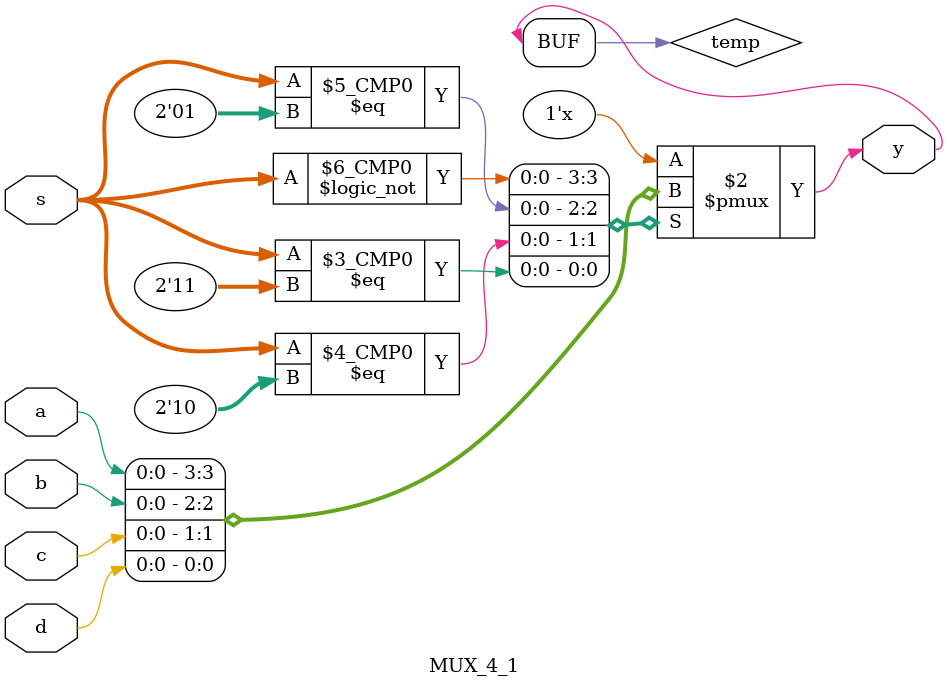
<source format=v>
`timescale 1ns / 1ps


module MUX_4_1(
    input a,
    input b,
    input c,
    input d,
    input [1:0] s,
    output y
    );
    
    reg temp;
    always@(*) begin
        case(s)
            2'b00: temp = a;
            2'b01: temp = b;
            2'b10: temp = c;
            2'b11: temp = d;
            default: temp = a;
        endcase
    end
    assign y = temp;
endmodule

</source>
